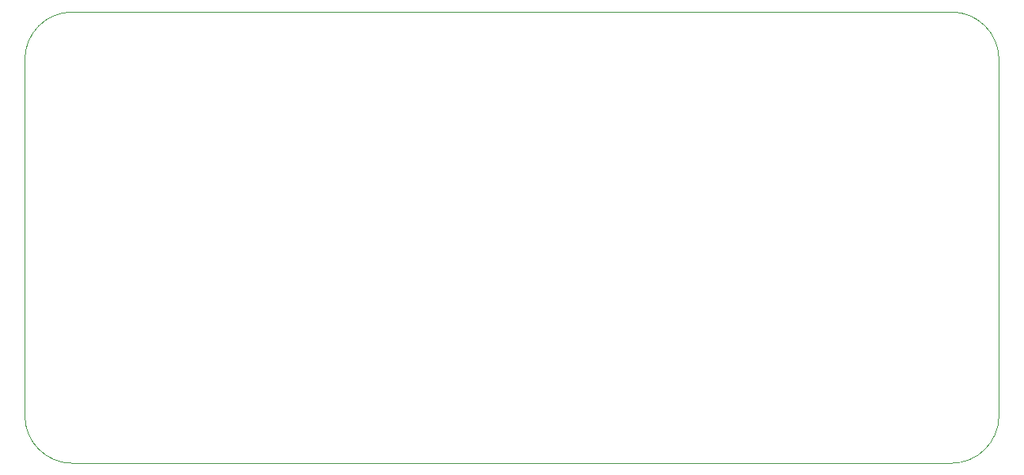
<source format=gbr>
G04 #@! TF.FileFunction,Profile,NP*
%FSLAX46Y46*%
G04 Gerber Fmt 4.6, Leading zero omitted, Abs format (unit mm)*
G04 Created by KiCad (PCBNEW 4.0.7-e2-6376~58~ubuntu16.04.1) date Mon Feb  5 21:35:03 2018*
%MOMM*%
%LPD*%
G01*
G04 APERTURE LIST*
%ADD10C,0.100000*%
G04 APERTURE END LIST*
D10*
X95796100Y-28803600D02*
X189776100Y-28803600D01*
X194856100Y-71983600D02*
X194856100Y-33883600D01*
X90716100Y-71983600D02*
X90716100Y-33883600D01*
X95796100Y-77063600D02*
X189776100Y-77063600D01*
X90716100Y-33883600D02*
G75*
G02X95796100Y-28803600I5080000J0D01*
G01*
X95796100Y-77063600D02*
G75*
G02X90716100Y-71983600I0J5080000D01*
G01*
X194856100Y-71983600D02*
G75*
G02X189776100Y-77063600I-5080000J0D01*
G01*
X189776100Y-28803600D02*
G75*
G02X194856100Y-33883600I0J-5080000D01*
G01*
M02*

</source>
